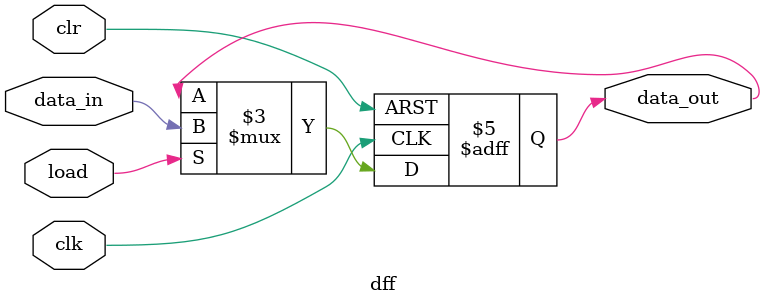
<source format=v>
module dff (
   output reg data_out,
   input data_in,
   input load,
   input clk,
   input clr
);

  always @ (posedge clk or negedge clr)
  begin
      if(!clr)
        data_out <= 0;
      else if (load) begin
        data_out <= data_in;
    end
  end

endmodule
</source>
